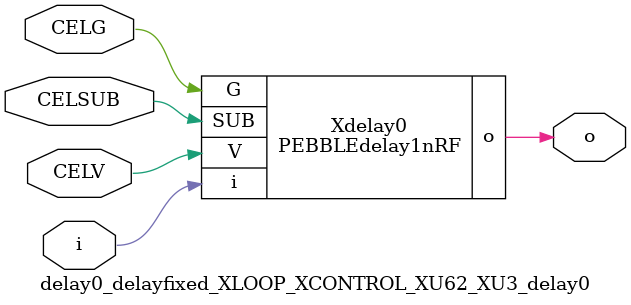
<source format=v>



module PEBBLEdelay1nRF ( o, V, G, i, SUB );

  input V;
  input i;
  input G;
  output o;
  input SUB;
endmodule

//Celera Confidential Do Not Copy delay0_delayfixed_XLOOP_XCONTROL_XU62_XU3_delay0
//TYPE: fixed 1ns
module delay0_delayfixed_XLOOP_XCONTROL_XU62_XU3_delay0 (i, CELV, o,
CELG,CELSUB);
input CELV;
input i;
output o;
input CELSUB;
input CELG;

//Celera Confidential Do Not Copy delayfast0
PEBBLEdelay1nRF Xdelay0(
.V (CELV),
.i (i),
.o (o),
.G (CELG),
.SUB (CELSUB)
);
//,diesize,PEBBLEdelay1nRF

//Celera Confidential Do Not Copy Module End
//Celera Schematic Generator
endmodule

</source>
